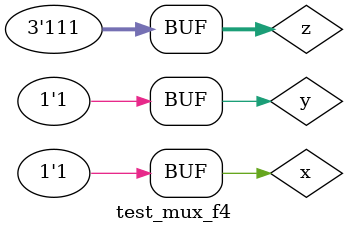
<source format=v>
module mux (output  s1,
input  x, 
input  y,
input  z,
input  w,
input  a, 
input  b,
input  c,
input  d,
input [2:0]chave1);
wire t1,t2,t3,t4,t5,t6,t7,t8,n1,n2,n3;

not NOT1(n1,chave1[0]);
not NOT2(n2,chave1[1]);
not NOT3(n3,chave1[2]);
and AND1(t1,x,n1,n2,n3);
and AND2(t2,y,n1,n2,chave1[2]);
and AND3(t3,z,n1,chave1[1],n3);
and AND4(t4,w,n1,chave1[1],chave1[2]);
and AND5(t5,a,chave1[0],n2,n3);
and AND6(t6,b,chave1[0],n2,chave1[2]);
and AND7(t7,c,chave1[0],chave1[1],n3);
and AND8(t8,d,chave1[0],chave1[1],chave1[2]);
or OR1(s1,t1,t2,t3,t4,t5,t6,t7,t8);

endmodule//mux

module f4 (output  s2,
input  a, 
input  b,
input [2:0] chave2);
wire e,f,g,h,i,j,k,l;
or OR1(e,a,b);
xor XOR1(f,a,b);
nor NOR1(g,a,b);
xnor XNOR1(h,a,b);
and AND1(i,a,b);
nand NAND1(j,a,b);
not NOT1(k,a);
not NOT2(l,b);

mux MUX1(s2,e,f,g,h,i,j,k,l,chave2);

 endmodule // f4
module test_mux_f4; 
// ------------------------- definir dados 
reg x,y;
reg [2:0]z;  
wire g;
f4 modulo1 (g,x,y,z);
// ------------------------- parte principal 
initial begin 
$display("Exemplo0035 - Gabriel Luiz M. G. Vieira - 441691"); 
$display("Test LU's module"); 
x = 'b0; y = 'b0; z = 'b000;
// projetar testes do modulo 
#1 $monitor("%3b %3b -Chave- %3b - s2 = %3b",x,y,z,g);
#1 x = 'b0; y = 'b1;z ='b000;
#1 x = 'b1; y = 'b0;z ='b000;
#1 x = 'b1; y = 'b1;z ='b000;

#1 x = 'b0; y = 'b0;z ='b001;
#1 x = 'b0; y = 'b1;z ='b001;
#1 x = 'b1; y = 'b0;z ='b001;
#1 x = 'b1; y = 'b1;z ='b001;

#1 x = 'b0; y = 'b0;z ='b010;
#1 x = 'b0; y = 'b1;z ='b010;
#1 x = 'b1; y = 'b0;z ='b010;
#1 x = 'b1; y = 'b1;z ='b010;

#1 x = 'b0; y = 'b0;z ='b011;
#1 x = 'b0; y = 'b1;z ='b011;
#1 x = 'b1; y = 'b0;z ='b011;
#1 x = 'b1; y = 'b1;z ='b011;

#1 x = 'b0; y = 'b0;z ='b100;
#1 x = 'b0; y = 'b1;z ='b100;
#1 x = 'b1; y = 'b0;z ='b100;
#1 x = 'b1; y = 'b1;z ='b100;

#1 x = 'b0; y = 'b0;z ='b101;
#1 x = 'b0; y = 'b1;z ='b101;
#1 x = 'b1; y = 'b0;z ='b101;
#1 x = 'b1; y = 'b1;z ='b101;

#1 x = 'b0; y = 'b0;z ='b110;
#1 x = 'b0; y = 'b1;z ='b110;
#1 x = 'b1; y = 'b0;z ='b110;
#1 x = 'b1; y = 'b1;z ='b110;

#1 x = 'b0; y = 'b0;z ='b111;
#1 x = 'b0; y = 'b1;z ='b111;
#1 x = 'b1; y = 'b0;z ='b111;
#1 x = 'b1; y = 'b1;z ='b111;

end 
endmodule // test_f4 
</source>
